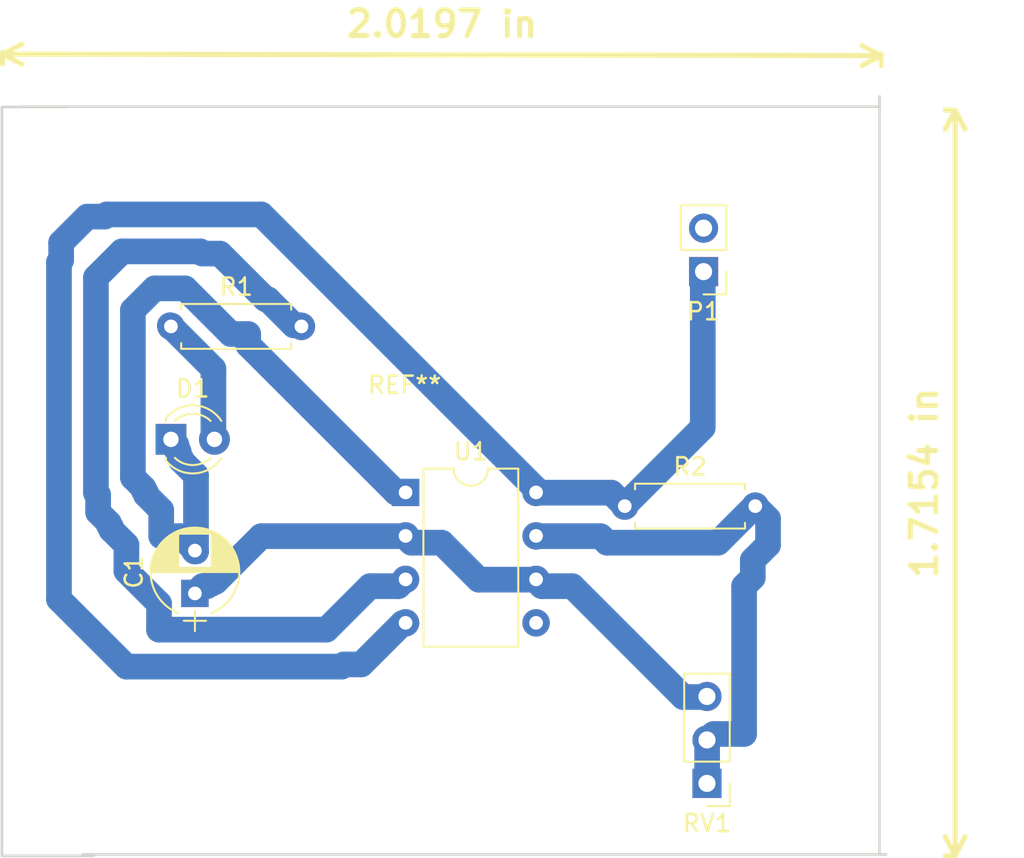
<source format=kicad_pcb>
(kicad_pcb (version 4) (host pcbnew 4.0.5)

  (general
    (links 14)
    (no_connects 1)
    (area 137.033 74.168 199.39 123.825)
    (thickness 1.6)
    (drawings 10)
    (tracks 123)
    (zones 0)
    (modules 8)
    (nets 7)
  )

  (page A4)
  (layers
    (0 F.Cu signal)
    (31 B.Cu signal)
    (32 B.Adhes user)
    (33 F.Adhes user)
    (34 B.Paste user)
    (35 F.Paste user)
    (36 B.SilkS user)
    (37 F.SilkS user)
    (38 B.Mask user)
    (39 F.Mask user)
    (40 Dwgs.User user)
    (41 Cmts.User user)
    (42 Eco1.User user)
    (43 Eco2.User user)
    (44 Edge.Cuts user)
    (45 Margin user)
    (46 B.CrtYd user)
    (47 F.CrtYd user)
    (48 B.Fab user)
    (49 F.Fab user)
  )

  (setup
    (last_trace_width 1.5)
    (trace_clearance 0.5)
    (zone_clearance 0.508)
    (zone_45_only no)
    (trace_min 0.2)
    (segment_width 0.2)
    (edge_width 0.15)
    (via_size 1.4)
    (via_drill 0.8)
    (via_min_size 0.4)
    (via_min_drill 0.3)
    (uvia_size 0.3)
    (uvia_drill 0.1)
    (uvias_allowed no)
    (uvia_min_size 0.2)
    (uvia_min_drill 0.1)
    (pcb_text_width 0.3)
    (pcb_text_size 1.5 1.5)
    (mod_edge_width 0.15)
    (mod_text_size 1 1)
    (mod_text_width 0.15)
    (pad_size 1.524 1.524)
    (pad_drill 0.762)
    (pad_to_mask_clearance 0.2)
    (aux_axis_origin 0 0)
    (grid_origin 123.95 65.91)
    (visible_elements FFFFFF7F)
    (pcbplotparams
      (layerselection 0x00030_80000001)
      (usegerberextensions false)
      (excludeedgelayer true)
      (linewidth 0.100000)
      (plotframeref false)
      (viasonmask false)
      (mode 1)
      (useauxorigin false)
      (hpglpennumber 1)
      (hpglpenspeed 20)
      (hpglpendiameter 15)
      (hpglpenoverlay 2)
      (psnegative false)
      (psa4output false)
      (plotreference true)
      (plotvalue true)
      (plotinvisibletext false)
      (padsonsilk false)
      (subtractmaskfromsilk false)
      (outputformat 1)
      (mirror false)
      (drillshape 1)
      (scaleselection 1)
      (outputdirectory ""))
  )

  (net 0 "")
  (net 1 "Net-(C1-Pad1)")
  (net 2 GND)
  (net 3 "Net-(D1-Pad2)")
  (net 4 VCC)
  (net 5 "Net-(R1-Pad2)")
  (net 6 "Net-(R2-Pad2)")

  (net_class Default "Ceci est la Netclass par défaut"
    (clearance 0.5)
    (trace_width 1.5)
    (via_dia 1.4)
    (via_drill 0.8)
    (uvia_dia 0.3)
    (uvia_drill 0.1)
    (add_net GND)
    (add_net "Net-(C1-Pad1)")
    (add_net "Net-(D1-Pad2)")
    (add_net "Net-(R1-Pad2)")
    (add_net "Net-(R2-Pad2)")
    (add_net VCC)
  )

  (module Capacitors_THT:CP_Radial_D5.0mm_P2.50mm (layer F.Cu) (tedit 58765D06) (tstamp 58BC914B)
    (at 148.4 108.5 90)
    (descr "CP, Radial series, Radial, pin pitch=2.50mm, , diameter=5mm, Electrolytic Capacitor")
    (tags "CP Radial series Radial pin pitch 2.50mm  diameter 5mm Electrolytic Capacitor")
    (path /58BC4BFC)
    (fp_text reference C1 (at 1.25 -3.56 90) (layer F.SilkS)
      (effects (font (size 1 1) (thickness 0.15)))
    )
    (fp_text value 1uf (at 1.25 3.56 90) (layer F.Fab)
      (effects (font (size 1 1) (thickness 0.15)))
    )
    (fp_arc (start 1.25 0) (end -1.147436 -0.98) (angle 135.5) (layer F.SilkS) (width 0.12))
    (fp_arc (start 1.25 0) (end -1.147436 0.98) (angle -135.5) (layer F.SilkS) (width 0.12))
    (fp_arc (start 1.25 0) (end 3.647436 -0.98) (angle 44.5) (layer F.SilkS) (width 0.12))
    (fp_circle (center 1.25 0) (end 3.75 0) (layer F.Fab) (width 0.1))
    (fp_line (start -2.2 0) (end -1 0) (layer F.Fab) (width 0.1))
    (fp_line (start -1.6 -0.65) (end -1.6 0.65) (layer F.Fab) (width 0.1))
    (fp_line (start 1.25 -2.55) (end 1.25 2.55) (layer F.SilkS) (width 0.12))
    (fp_line (start 1.29 -2.55) (end 1.29 2.55) (layer F.SilkS) (width 0.12))
    (fp_line (start 1.33 -2.549) (end 1.33 2.549) (layer F.SilkS) (width 0.12))
    (fp_line (start 1.37 -2.548) (end 1.37 2.548) (layer F.SilkS) (width 0.12))
    (fp_line (start 1.41 -2.546) (end 1.41 2.546) (layer F.SilkS) (width 0.12))
    (fp_line (start 1.45 -2.543) (end 1.45 2.543) (layer F.SilkS) (width 0.12))
    (fp_line (start 1.49 -2.539) (end 1.49 2.539) (layer F.SilkS) (width 0.12))
    (fp_line (start 1.53 -2.535) (end 1.53 -0.98) (layer F.SilkS) (width 0.12))
    (fp_line (start 1.53 0.98) (end 1.53 2.535) (layer F.SilkS) (width 0.12))
    (fp_line (start 1.57 -2.531) (end 1.57 -0.98) (layer F.SilkS) (width 0.12))
    (fp_line (start 1.57 0.98) (end 1.57 2.531) (layer F.SilkS) (width 0.12))
    (fp_line (start 1.61 -2.525) (end 1.61 -0.98) (layer F.SilkS) (width 0.12))
    (fp_line (start 1.61 0.98) (end 1.61 2.525) (layer F.SilkS) (width 0.12))
    (fp_line (start 1.65 -2.519) (end 1.65 -0.98) (layer F.SilkS) (width 0.12))
    (fp_line (start 1.65 0.98) (end 1.65 2.519) (layer F.SilkS) (width 0.12))
    (fp_line (start 1.69 -2.513) (end 1.69 -0.98) (layer F.SilkS) (width 0.12))
    (fp_line (start 1.69 0.98) (end 1.69 2.513) (layer F.SilkS) (width 0.12))
    (fp_line (start 1.73 -2.506) (end 1.73 -0.98) (layer F.SilkS) (width 0.12))
    (fp_line (start 1.73 0.98) (end 1.73 2.506) (layer F.SilkS) (width 0.12))
    (fp_line (start 1.77 -2.498) (end 1.77 -0.98) (layer F.SilkS) (width 0.12))
    (fp_line (start 1.77 0.98) (end 1.77 2.498) (layer F.SilkS) (width 0.12))
    (fp_line (start 1.81 -2.489) (end 1.81 -0.98) (layer F.SilkS) (width 0.12))
    (fp_line (start 1.81 0.98) (end 1.81 2.489) (layer F.SilkS) (width 0.12))
    (fp_line (start 1.85 -2.48) (end 1.85 -0.98) (layer F.SilkS) (width 0.12))
    (fp_line (start 1.85 0.98) (end 1.85 2.48) (layer F.SilkS) (width 0.12))
    (fp_line (start 1.89 -2.47) (end 1.89 -0.98) (layer F.SilkS) (width 0.12))
    (fp_line (start 1.89 0.98) (end 1.89 2.47) (layer F.SilkS) (width 0.12))
    (fp_line (start 1.93 -2.46) (end 1.93 -0.98) (layer F.SilkS) (width 0.12))
    (fp_line (start 1.93 0.98) (end 1.93 2.46) (layer F.SilkS) (width 0.12))
    (fp_line (start 1.971 -2.448) (end 1.971 -0.98) (layer F.SilkS) (width 0.12))
    (fp_line (start 1.971 0.98) (end 1.971 2.448) (layer F.SilkS) (width 0.12))
    (fp_line (start 2.011 -2.436) (end 2.011 -0.98) (layer F.SilkS) (width 0.12))
    (fp_line (start 2.011 0.98) (end 2.011 2.436) (layer F.SilkS) (width 0.12))
    (fp_line (start 2.051 -2.424) (end 2.051 -0.98) (layer F.SilkS) (width 0.12))
    (fp_line (start 2.051 0.98) (end 2.051 2.424) (layer F.SilkS) (width 0.12))
    (fp_line (start 2.091 -2.41) (end 2.091 -0.98) (layer F.SilkS) (width 0.12))
    (fp_line (start 2.091 0.98) (end 2.091 2.41) (layer F.SilkS) (width 0.12))
    (fp_line (start 2.131 -2.396) (end 2.131 -0.98) (layer F.SilkS) (width 0.12))
    (fp_line (start 2.131 0.98) (end 2.131 2.396) (layer F.SilkS) (width 0.12))
    (fp_line (start 2.171 -2.382) (end 2.171 -0.98) (layer F.SilkS) (width 0.12))
    (fp_line (start 2.171 0.98) (end 2.171 2.382) (layer F.SilkS) (width 0.12))
    (fp_line (start 2.211 -2.366) (end 2.211 -0.98) (layer F.SilkS) (width 0.12))
    (fp_line (start 2.211 0.98) (end 2.211 2.366) (layer F.SilkS) (width 0.12))
    (fp_line (start 2.251 -2.35) (end 2.251 -0.98) (layer F.SilkS) (width 0.12))
    (fp_line (start 2.251 0.98) (end 2.251 2.35) (layer F.SilkS) (width 0.12))
    (fp_line (start 2.291 -2.333) (end 2.291 -0.98) (layer F.SilkS) (width 0.12))
    (fp_line (start 2.291 0.98) (end 2.291 2.333) (layer F.SilkS) (width 0.12))
    (fp_line (start 2.331 -2.315) (end 2.331 -0.98) (layer F.SilkS) (width 0.12))
    (fp_line (start 2.331 0.98) (end 2.331 2.315) (layer F.SilkS) (width 0.12))
    (fp_line (start 2.371 -2.296) (end 2.371 -0.98) (layer F.SilkS) (width 0.12))
    (fp_line (start 2.371 0.98) (end 2.371 2.296) (layer F.SilkS) (width 0.12))
    (fp_line (start 2.411 -2.276) (end 2.411 -0.98) (layer F.SilkS) (width 0.12))
    (fp_line (start 2.411 0.98) (end 2.411 2.276) (layer F.SilkS) (width 0.12))
    (fp_line (start 2.451 -2.256) (end 2.451 -0.98) (layer F.SilkS) (width 0.12))
    (fp_line (start 2.451 0.98) (end 2.451 2.256) (layer F.SilkS) (width 0.12))
    (fp_line (start 2.491 -2.234) (end 2.491 -0.98) (layer F.SilkS) (width 0.12))
    (fp_line (start 2.491 0.98) (end 2.491 2.234) (layer F.SilkS) (width 0.12))
    (fp_line (start 2.531 -2.212) (end 2.531 -0.98) (layer F.SilkS) (width 0.12))
    (fp_line (start 2.531 0.98) (end 2.531 2.212) (layer F.SilkS) (width 0.12))
    (fp_line (start 2.571 -2.189) (end 2.571 -0.98) (layer F.SilkS) (width 0.12))
    (fp_line (start 2.571 0.98) (end 2.571 2.189) (layer F.SilkS) (width 0.12))
    (fp_line (start 2.611 -2.165) (end 2.611 -0.98) (layer F.SilkS) (width 0.12))
    (fp_line (start 2.611 0.98) (end 2.611 2.165) (layer F.SilkS) (width 0.12))
    (fp_line (start 2.651 -2.14) (end 2.651 -0.98) (layer F.SilkS) (width 0.12))
    (fp_line (start 2.651 0.98) (end 2.651 2.14) (layer F.SilkS) (width 0.12))
    (fp_line (start 2.691 -2.113) (end 2.691 -0.98) (layer F.SilkS) (width 0.12))
    (fp_line (start 2.691 0.98) (end 2.691 2.113) (layer F.SilkS) (width 0.12))
    (fp_line (start 2.731 -2.086) (end 2.731 -0.98) (layer F.SilkS) (width 0.12))
    (fp_line (start 2.731 0.98) (end 2.731 2.086) (layer F.SilkS) (width 0.12))
    (fp_line (start 2.771 -2.058) (end 2.771 -0.98) (layer F.SilkS) (width 0.12))
    (fp_line (start 2.771 0.98) (end 2.771 2.058) (layer F.SilkS) (width 0.12))
    (fp_line (start 2.811 -2.028) (end 2.811 -0.98) (layer F.SilkS) (width 0.12))
    (fp_line (start 2.811 0.98) (end 2.811 2.028) (layer F.SilkS) (width 0.12))
    (fp_line (start 2.851 -1.997) (end 2.851 -0.98) (layer F.SilkS) (width 0.12))
    (fp_line (start 2.851 0.98) (end 2.851 1.997) (layer F.SilkS) (width 0.12))
    (fp_line (start 2.891 -1.965) (end 2.891 -0.98) (layer F.SilkS) (width 0.12))
    (fp_line (start 2.891 0.98) (end 2.891 1.965) (layer F.SilkS) (width 0.12))
    (fp_line (start 2.931 -1.932) (end 2.931 -0.98) (layer F.SilkS) (width 0.12))
    (fp_line (start 2.931 0.98) (end 2.931 1.932) (layer F.SilkS) (width 0.12))
    (fp_line (start 2.971 -1.897) (end 2.971 -0.98) (layer F.SilkS) (width 0.12))
    (fp_line (start 2.971 0.98) (end 2.971 1.897) (layer F.SilkS) (width 0.12))
    (fp_line (start 3.011 -1.861) (end 3.011 -0.98) (layer F.SilkS) (width 0.12))
    (fp_line (start 3.011 0.98) (end 3.011 1.861) (layer F.SilkS) (width 0.12))
    (fp_line (start 3.051 -1.823) (end 3.051 -0.98) (layer F.SilkS) (width 0.12))
    (fp_line (start 3.051 0.98) (end 3.051 1.823) (layer F.SilkS) (width 0.12))
    (fp_line (start 3.091 -1.783) (end 3.091 -0.98) (layer F.SilkS) (width 0.12))
    (fp_line (start 3.091 0.98) (end 3.091 1.783) (layer F.SilkS) (width 0.12))
    (fp_line (start 3.131 -1.742) (end 3.131 -0.98) (layer F.SilkS) (width 0.12))
    (fp_line (start 3.131 0.98) (end 3.131 1.742) (layer F.SilkS) (width 0.12))
    (fp_line (start 3.171 -1.699) (end 3.171 -0.98) (layer F.SilkS) (width 0.12))
    (fp_line (start 3.171 0.98) (end 3.171 1.699) (layer F.SilkS) (width 0.12))
    (fp_line (start 3.211 -1.654) (end 3.211 -0.98) (layer F.SilkS) (width 0.12))
    (fp_line (start 3.211 0.98) (end 3.211 1.654) (layer F.SilkS) (width 0.12))
    (fp_line (start 3.251 -1.606) (end 3.251 -0.98) (layer F.SilkS) (width 0.12))
    (fp_line (start 3.251 0.98) (end 3.251 1.606) (layer F.SilkS) (width 0.12))
    (fp_line (start 3.291 -1.556) (end 3.291 -0.98) (layer F.SilkS) (width 0.12))
    (fp_line (start 3.291 0.98) (end 3.291 1.556) (layer F.SilkS) (width 0.12))
    (fp_line (start 3.331 -1.504) (end 3.331 -0.98) (layer F.SilkS) (width 0.12))
    (fp_line (start 3.331 0.98) (end 3.331 1.504) (layer F.SilkS) (width 0.12))
    (fp_line (start 3.371 -1.448) (end 3.371 -0.98) (layer F.SilkS) (width 0.12))
    (fp_line (start 3.371 0.98) (end 3.371 1.448) (layer F.SilkS) (width 0.12))
    (fp_line (start 3.411 -1.39) (end 3.411 -0.98) (layer F.SilkS) (width 0.12))
    (fp_line (start 3.411 0.98) (end 3.411 1.39) (layer F.SilkS) (width 0.12))
    (fp_line (start 3.451 -1.327) (end 3.451 -0.98) (layer F.SilkS) (width 0.12))
    (fp_line (start 3.451 0.98) (end 3.451 1.327) (layer F.SilkS) (width 0.12))
    (fp_line (start 3.491 -1.261) (end 3.491 1.261) (layer F.SilkS) (width 0.12))
    (fp_line (start 3.531 -1.189) (end 3.531 1.189) (layer F.SilkS) (width 0.12))
    (fp_line (start 3.571 -1.112) (end 3.571 1.112) (layer F.SilkS) (width 0.12))
    (fp_line (start 3.611 -1.028) (end 3.611 1.028) (layer F.SilkS) (width 0.12))
    (fp_line (start 3.651 -0.934) (end 3.651 0.934) (layer F.SilkS) (width 0.12))
    (fp_line (start 3.691 -0.829) (end 3.691 0.829) (layer F.SilkS) (width 0.12))
    (fp_line (start 3.731 -0.707) (end 3.731 0.707) (layer F.SilkS) (width 0.12))
    (fp_line (start 3.771 -0.559) (end 3.771 0.559) (layer F.SilkS) (width 0.12))
    (fp_line (start 3.811 -0.354) (end 3.811 0.354) (layer F.SilkS) (width 0.12))
    (fp_line (start -2.2 0) (end -1 0) (layer F.SilkS) (width 0.12))
    (fp_line (start -1.6 -0.65) (end -1.6 0.65) (layer F.SilkS) (width 0.12))
    (fp_line (start -1.6 -2.85) (end -1.6 2.85) (layer F.CrtYd) (width 0.05))
    (fp_line (start -1.6 2.85) (end 4.1 2.85) (layer F.CrtYd) (width 0.05))
    (fp_line (start 4.1 2.85) (end 4.1 -2.85) (layer F.CrtYd) (width 0.05))
    (fp_line (start 4.1 -2.85) (end -1.6 -2.85) (layer F.CrtYd) (width 0.05))
    (pad 1 thru_hole rect (at 0 0 90) (size 1.6 1.6) (drill 0.8) (layers *.Cu *.Mask)
      (net 1 "Net-(C1-Pad1)"))
    (pad 2 thru_hole circle (at 2.5 0 90) (size 1.6 1.6) (drill 0.8) (layers *.Cu *.Mask)
      (net 2 GND))
    (model Capacitors_THT.3dshapes/CP_Radial_D5.0mm_P2.50mm.wrl
      (at (xyz 0 0 0))
      (scale (xyz 0.393701 0.393701 0.393701))
      (rotate (xyz 0 0 0))
    )
  )

  (module LEDs:LED_D3.0mm (layer F.Cu) (tedit 587A3A7B) (tstamp 58BC915E)
    (at 147 99.5)
    (descr "LED, diameter 3.0mm, 2 pins")
    (tags "LED diameter 3.0mm 2 pins")
    (path /58BC4CDF)
    (fp_text reference D1 (at 1.27 -2.96) (layer F.SilkS)
      (effects (font (size 1 1) (thickness 0.15)))
    )
    (fp_text value LED (at 1.27 2.96) (layer F.Fab)
      (effects (font (size 1 1) (thickness 0.15)))
    )
    (fp_arc (start 1.27 0) (end -0.23 -1.16619) (angle 284.3) (layer F.Fab) (width 0.1))
    (fp_arc (start 1.27 0) (end -0.29 -1.235516) (angle 108.8) (layer F.SilkS) (width 0.12))
    (fp_arc (start 1.27 0) (end -0.29 1.235516) (angle -108.8) (layer F.SilkS) (width 0.12))
    (fp_arc (start 1.27 0) (end 0.229039 -1.08) (angle 87.9) (layer F.SilkS) (width 0.12))
    (fp_arc (start 1.27 0) (end 0.229039 1.08) (angle -87.9) (layer F.SilkS) (width 0.12))
    (fp_circle (center 1.27 0) (end 2.77 0) (layer F.Fab) (width 0.1))
    (fp_line (start -0.23 -1.16619) (end -0.23 1.16619) (layer F.Fab) (width 0.1))
    (fp_line (start -0.29 -1.236) (end -0.29 -1.08) (layer F.SilkS) (width 0.12))
    (fp_line (start -0.29 1.08) (end -0.29 1.236) (layer F.SilkS) (width 0.12))
    (fp_line (start -1.15 -2.25) (end -1.15 2.25) (layer F.CrtYd) (width 0.05))
    (fp_line (start -1.15 2.25) (end 3.7 2.25) (layer F.CrtYd) (width 0.05))
    (fp_line (start 3.7 2.25) (end 3.7 -2.25) (layer F.CrtYd) (width 0.05))
    (fp_line (start 3.7 -2.25) (end -1.15 -2.25) (layer F.CrtYd) (width 0.05))
    (pad 1 thru_hole rect (at 0 0) (size 1.8 1.8) (drill 0.9) (layers *.Cu *.Mask)
      (net 2 GND))
    (pad 2 thru_hole circle (at 2.54 0) (size 1.8 1.8) (drill 0.9) (layers *.Cu *.Mask)
      (net 3 "Net-(D1-Pad2)"))
    (model LEDs.3dshapes/LED_D3.0mm.wrl
      (at (xyz 0 0 0))
      (scale (xyz 0.393701 0.393701 0.393701))
      (rotate (xyz 0 0 0))
    )
  )

  (module Socket_Strips:Socket_Strip_Straight_1x02_Pitch2.54mm (layer F.Cu) (tedit 588DE956) (tstamp 58BC9172)
    (at 178.1 89.7 180)
    (descr "Through hole straight socket strip, 1x02, 2.54mm pitch, single row")
    (tags "Through hole socket strip THT 1x02 2.54mm single row")
    (path /58BC4E9E)
    (fp_text reference P1 (at 0 -2.33 180) (layer F.SilkS)
      (effects (font (size 1 1) (thickness 0.15)))
    )
    (fp_text value "alime 9V" (at 0 4.87 180) (layer F.Fab)
      (effects (font (size 1 1) (thickness 0.15)))
    )
    (fp_line (start -1.27 -1.27) (end -1.27 3.81) (layer F.Fab) (width 0.1))
    (fp_line (start -1.27 3.81) (end 1.27 3.81) (layer F.Fab) (width 0.1))
    (fp_line (start 1.27 3.81) (end 1.27 -1.27) (layer F.Fab) (width 0.1))
    (fp_line (start 1.27 -1.27) (end -1.27 -1.27) (layer F.Fab) (width 0.1))
    (fp_line (start -1.33 1.27) (end -1.33 3.87) (layer F.SilkS) (width 0.12))
    (fp_line (start -1.33 3.87) (end 1.33 3.87) (layer F.SilkS) (width 0.12))
    (fp_line (start 1.33 3.87) (end 1.33 1.27) (layer F.SilkS) (width 0.12))
    (fp_line (start 1.33 1.27) (end -1.33 1.27) (layer F.SilkS) (width 0.12))
    (fp_line (start -1.33 0) (end -1.33 -1.33) (layer F.SilkS) (width 0.12))
    (fp_line (start -1.33 -1.33) (end 0 -1.33) (layer F.SilkS) (width 0.12))
    (fp_line (start -1.55 -1.55) (end -1.55 4.1) (layer F.CrtYd) (width 0.05))
    (fp_line (start -1.55 4.1) (end 1.55 4.1) (layer F.CrtYd) (width 0.05))
    (fp_line (start 1.55 4.1) (end 1.55 -1.55) (layer F.CrtYd) (width 0.05))
    (fp_line (start 1.55 -1.55) (end -1.55 -1.55) (layer F.CrtYd) (width 0.05))
    (pad 1 thru_hole rect (at 0 0 180) (size 1.7 1.7) (drill 1) (layers *.Cu *.Mask)
      (net 4 VCC))
    (pad 2 thru_hole oval (at 0 2.54 180) (size 1.7 1.7) (drill 1) (layers *.Cu *.Mask)
      (net 2 GND))
    (model Socket_Strips.3dshapes/Socket_Strip_Straight_1x02_Pitch2.54mm.wrl
      (at (xyz 0 -0.05 0))
      (scale (xyz 1 1 1))
      (rotate (xyz 0 0 270))
    )
  )

  (module Resistors_THT:R_Axial_DIN0207_L6.3mm_D2.5mm_P7.62mm_Horizontal (layer F.Cu) (tedit 5874F706) (tstamp 58BC9188)
    (at 147 92.9)
    (descr "Resistor, Axial_DIN0207 series, Axial, Horizontal, pin pitch=7.62mm, 0.25W = 1/4W, length*diameter=6.3*2.5mm^2, http://cdn-reichelt.de/documents/datenblatt/B400/1_4W%23YAG.pdf")
    (tags "Resistor Axial_DIN0207 series Axial Horizontal pin pitch 7.62mm 0.25W = 1/4W length 6.3mm diameter 2.5mm")
    (path /58BC4A76)
    (fp_text reference R1 (at 3.81 -2.31) (layer F.SilkS)
      (effects (font (size 1 1) (thickness 0.15)))
    )
    (fp_text value 150 (at 3.81 2.31) (layer F.Fab)
      (effects (font (size 1 1) (thickness 0.15)))
    )
    (fp_line (start 0.66 -1.25) (end 0.66 1.25) (layer F.Fab) (width 0.1))
    (fp_line (start 0.66 1.25) (end 6.96 1.25) (layer F.Fab) (width 0.1))
    (fp_line (start 6.96 1.25) (end 6.96 -1.25) (layer F.Fab) (width 0.1))
    (fp_line (start 6.96 -1.25) (end 0.66 -1.25) (layer F.Fab) (width 0.1))
    (fp_line (start 0 0) (end 0.66 0) (layer F.Fab) (width 0.1))
    (fp_line (start 7.62 0) (end 6.96 0) (layer F.Fab) (width 0.1))
    (fp_line (start 0.6 -0.98) (end 0.6 -1.31) (layer F.SilkS) (width 0.12))
    (fp_line (start 0.6 -1.31) (end 7.02 -1.31) (layer F.SilkS) (width 0.12))
    (fp_line (start 7.02 -1.31) (end 7.02 -0.98) (layer F.SilkS) (width 0.12))
    (fp_line (start 0.6 0.98) (end 0.6 1.31) (layer F.SilkS) (width 0.12))
    (fp_line (start 0.6 1.31) (end 7.02 1.31) (layer F.SilkS) (width 0.12))
    (fp_line (start 7.02 1.31) (end 7.02 0.98) (layer F.SilkS) (width 0.12))
    (fp_line (start -1.05 -1.6) (end -1.05 1.6) (layer F.CrtYd) (width 0.05))
    (fp_line (start -1.05 1.6) (end 8.7 1.6) (layer F.CrtYd) (width 0.05))
    (fp_line (start 8.7 1.6) (end 8.7 -1.6) (layer F.CrtYd) (width 0.05))
    (fp_line (start 8.7 -1.6) (end -1.05 -1.6) (layer F.CrtYd) (width 0.05))
    (pad 1 thru_hole circle (at 0 0) (size 1.6 1.6) (drill 0.8) (layers *.Cu *.Mask)
      (net 3 "Net-(D1-Pad2)"))
    (pad 2 thru_hole oval (at 7.62 0) (size 1.6 1.6) (drill 0.8) (layers *.Cu *.Mask)
      (net 5 "Net-(R1-Pad2)"))
    (model Resistors_THT.3dshapes/R_Axial_DIN0207_L6.3mm_D2.5mm_P7.62mm_Horizontal.wrl
      (at (xyz 0 0 0))
      (scale (xyz 0.393701 0.393701 0.393701))
      (rotate (xyz 0 0 0))
    )
  )

  (module Resistors_THT:R_Axial_DIN0207_L6.3mm_D2.5mm_P7.62mm_Horizontal (layer F.Cu) (tedit 5874F706) (tstamp 58BC919E)
    (at 173.5 103.4)
    (descr "Resistor, Axial_DIN0207 series, Axial, Horizontal, pin pitch=7.62mm, 0.25W = 1/4W, length*diameter=6.3*2.5mm^2, http://cdn-reichelt.de/documents/datenblatt/B400/1_4W%23YAG.pdf")
    (tags "Resistor Axial_DIN0207 series Axial Horizontal pin pitch 7.62mm 0.25W = 1/4W length 6.3mm diameter 2.5mm")
    (path /58BC4AF4)
    (fp_text reference R2 (at 3.81 -2.31) (layer F.SilkS)
      (effects (font (size 1 1) (thickness 0.15)))
    )
    (fp_text value 1K (at 3.81 2.31) (layer F.Fab)
      (effects (font (size 1 1) (thickness 0.15)))
    )
    (fp_line (start 0.66 -1.25) (end 0.66 1.25) (layer F.Fab) (width 0.1))
    (fp_line (start 0.66 1.25) (end 6.96 1.25) (layer F.Fab) (width 0.1))
    (fp_line (start 6.96 1.25) (end 6.96 -1.25) (layer F.Fab) (width 0.1))
    (fp_line (start 6.96 -1.25) (end 0.66 -1.25) (layer F.Fab) (width 0.1))
    (fp_line (start 0 0) (end 0.66 0) (layer F.Fab) (width 0.1))
    (fp_line (start 7.62 0) (end 6.96 0) (layer F.Fab) (width 0.1))
    (fp_line (start 0.6 -0.98) (end 0.6 -1.31) (layer F.SilkS) (width 0.12))
    (fp_line (start 0.6 -1.31) (end 7.02 -1.31) (layer F.SilkS) (width 0.12))
    (fp_line (start 7.02 -1.31) (end 7.02 -0.98) (layer F.SilkS) (width 0.12))
    (fp_line (start 0.6 0.98) (end 0.6 1.31) (layer F.SilkS) (width 0.12))
    (fp_line (start 0.6 1.31) (end 7.02 1.31) (layer F.SilkS) (width 0.12))
    (fp_line (start 7.02 1.31) (end 7.02 0.98) (layer F.SilkS) (width 0.12))
    (fp_line (start -1.05 -1.6) (end -1.05 1.6) (layer F.CrtYd) (width 0.05))
    (fp_line (start -1.05 1.6) (end 8.7 1.6) (layer F.CrtYd) (width 0.05))
    (fp_line (start 8.7 1.6) (end 8.7 -1.6) (layer F.CrtYd) (width 0.05))
    (fp_line (start 8.7 -1.6) (end -1.05 -1.6) (layer F.CrtYd) (width 0.05))
    (pad 1 thru_hole circle (at 0 0) (size 1.6 1.6) (drill 0.8) (layers *.Cu *.Mask)
      (net 4 VCC))
    (pad 2 thru_hole oval (at 7.62 0) (size 1.6 1.6) (drill 0.8) (layers *.Cu *.Mask)
      (net 6 "Net-(R2-Pad2)"))
    (model Resistors_THT.3dshapes/R_Axial_DIN0207_L6.3mm_D2.5mm_P7.62mm_Horizontal.wrl
      (at (xyz 0 0 0))
      (scale (xyz 0.393701 0.393701 0.393701))
      (rotate (xyz 0 0 0))
    )
  )

  (module Socket_Strips:Socket_Strip_Straight_1x03_Pitch2.54mm (layer F.Cu) (tedit 588DE956) (tstamp 58BC91B3)
    (at 178.3 119.6 180)
    (descr "Through hole straight socket strip, 1x03, 2.54mm pitch, single row")
    (tags "Through hole socket strip THT 1x03 2.54mm single row")
    (path /58BC4DE7)
    (fp_text reference RV1 (at 0 -2.33 180) (layer F.SilkS)
      (effects (font (size 1 1) (thickness 0.15)))
    )
    (fp_text value 470K (at 0 7.41 180) (layer F.Fab)
      (effects (font (size 1 1) (thickness 0.15)))
    )
    (fp_line (start -1.27 -1.27) (end -1.27 6.35) (layer F.Fab) (width 0.1))
    (fp_line (start -1.27 6.35) (end 1.27 6.35) (layer F.Fab) (width 0.1))
    (fp_line (start 1.27 6.35) (end 1.27 -1.27) (layer F.Fab) (width 0.1))
    (fp_line (start 1.27 -1.27) (end -1.27 -1.27) (layer F.Fab) (width 0.1))
    (fp_line (start -1.33 1.27) (end -1.33 6.41) (layer F.SilkS) (width 0.12))
    (fp_line (start -1.33 6.41) (end 1.33 6.41) (layer F.SilkS) (width 0.12))
    (fp_line (start 1.33 6.41) (end 1.33 1.27) (layer F.SilkS) (width 0.12))
    (fp_line (start 1.33 1.27) (end -1.33 1.27) (layer F.SilkS) (width 0.12))
    (fp_line (start -1.33 0) (end -1.33 -1.33) (layer F.SilkS) (width 0.12))
    (fp_line (start -1.33 -1.33) (end 0 -1.33) (layer F.SilkS) (width 0.12))
    (fp_line (start -1.55 -1.55) (end -1.55 6.6) (layer F.CrtYd) (width 0.05))
    (fp_line (start -1.55 6.6) (end 1.55 6.6) (layer F.CrtYd) (width 0.05))
    (fp_line (start 1.55 6.6) (end 1.55 -1.55) (layer F.CrtYd) (width 0.05))
    (fp_line (start 1.55 -1.55) (end -1.55 -1.55) (layer F.CrtYd) (width 0.05))
    (pad 1 thru_hole rect (at 0 0 180) (size 1.7 1.7) (drill 1) (layers *.Cu *.Mask)
      (net 6 "Net-(R2-Pad2)"))
    (pad 2 thru_hole oval (at 0 2.54 180) (size 1.7 1.7) (drill 1) (layers *.Cu *.Mask)
      (net 6 "Net-(R2-Pad2)"))
    (pad 3 thru_hole oval (at 0 5.08 180) (size 1.7 1.7) (drill 1) (layers *.Cu *.Mask)
      (net 1 "Net-(C1-Pad1)"))
    (model Socket_Strips.3dshapes/Socket_Strip_Straight_1x03_Pitch2.54mm.wrl
      (at (xyz 0 -0.1 0))
      (scale (xyz 1 1 1))
      (rotate (xyz 0 0 270))
    )
  )

  (module Housings_DIP:DIP-8_W7.62mm placed (layer F.Cu) (tedit 586281B4) (tstamp 58BC91CE)
    (at 160.7 102.6)
    (descr "8-lead dip package, row spacing 7.62 mm (300 mils)")
    (tags "DIL DIP PDIP 2.54mm 7.62mm 300mil")
    (path /58BC49B3)
    (fp_text reference U1 (at 3.81 -2.39) (layer F.SilkS)
      (effects (font (size 1 1) (thickness 0.15)))
    )
    (fp_text value NE555 (at 3.81 10.01) (layer F.Fab)
      (effects (font (size 1 1) (thickness 0.15)))
    )
    (fp_arc (start 3.81 -1.39) (end 2.81 -1.39) (angle -180) (layer F.SilkS) (width 0.12))
    (fp_line (start 1.635 -1.27) (end 6.985 -1.27) (layer F.Fab) (width 0.1))
    (fp_line (start 6.985 -1.27) (end 6.985 8.89) (layer F.Fab) (width 0.1))
    (fp_line (start 6.985 8.89) (end 0.635 8.89) (layer F.Fab) (width 0.1))
    (fp_line (start 0.635 8.89) (end 0.635 -0.27) (layer F.Fab) (width 0.1))
    (fp_line (start 0.635 -0.27) (end 1.635 -1.27) (layer F.Fab) (width 0.1))
    (fp_line (start 2.81 -1.39) (end 1.04 -1.39) (layer F.SilkS) (width 0.12))
    (fp_line (start 1.04 -1.39) (end 1.04 9.01) (layer F.SilkS) (width 0.12))
    (fp_line (start 1.04 9.01) (end 6.58 9.01) (layer F.SilkS) (width 0.12))
    (fp_line (start 6.58 9.01) (end 6.58 -1.39) (layer F.SilkS) (width 0.12))
    (fp_line (start 6.58 -1.39) (end 4.81 -1.39) (layer F.SilkS) (width 0.12))
    (fp_line (start -1.1 -1.6) (end -1.1 9.2) (layer F.CrtYd) (width 0.05))
    (fp_line (start -1.1 9.2) (end 8.7 9.2) (layer F.CrtYd) (width 0.05))
    (fp_line (start 8.7 9.2) (end 8.7 -1.6) (layer F.CrtYd) (width 0.05))
    (fp_line (start 8.7 -1.6) (end -1.1 -1.6) (layer F.CrtYd) (width 0.05))
    (pad 1 thru_hole rect (at 0 0) (size 1.6 1.6) (drill 0.8) (layers *.Cu *.Mask)
      (net 2 GND))
    (pad 5 thru_hole oval (at 7.62 7.62) (size 1.6 1.6) (drill 0.8) (layers *.Cu *.Mask))
    (pad 2 thru_hole oval (at 0 2.54) (size 1.6 1.6) (drill 0.8) (layers *.Cu *.Mask)
      (net 1 "Net-(C1-Pad1)"))
    (pad 6 thru_hole oval (at 7.62 5.08) (size 1.6 1.6) (drill 0.8) (layers *.Cu *.Mask)
      (net 1 "Net-(C1-Pad1)"))
    (pad 3 thru_hole oval (at 0 5.08) (size 1.6 1.6) (drill 0.8) (layers *.Cu *.Mask)
      (net 5 "Net-(R1-Pad2)"))
    (pad 7 thru_hole oval (at 7.62 2.54) (size 1.6 1.6) (drill 0.8) (layers *.Cu *.Mask)
      (net 6 "Net-(R2-Pad2)"))
    (pad 4 thru_hole oval (at 0 7.62) (size 1.6 1.6) (drill 0.8) (layers *.Cu *.Mask)
      (net 4 VCC))
    (pad 8 thru_hole oval (at 7.62 0) (size 1.6 1.6) (drill 0.8) (layers *.Cu *.Mask)
      (net 4 VCC))
    (model Housings_DIP.3dshapes/DIP-8_W7.62mm.wrl
      (at (xyz 0 0 0))
      (scale (xyz 1 1 1))
      (rotate (xyz 0 0 0))
    )
  )

  (module Wire_Pads:SolderWirePad_single_0-8mmDrill (layer F.Cu) (tedit 58C0419A) (tstamp 58BC983E)
    (at 160.64 98.86)
    (fp_text reference REF** (at 0 -2.54) (layer F.SilkS)
      (effects (font (size 1 1) (thickness 0.15)))
    )
    (fp_text value SolderWirePad_single_0-8mmDrill (at 0 2.54) (layer F.Fab)
      (effects (font (size 1 1) (thickness 0.15)))
    )
  )

  (dimension 43.57 (width 0.3) (layer F.SilkS)
    (gr_text "43,570 mm" (at 192.79 102.045 270) (layer F.SilkS)
      (effects (font (size 1.5 1.5) (thickness 0.3)))
    )
    (feature1 (pts (xy 192.79 123.83) (xy 192.79 123.83)))
    (feature2 (pts (xy 192.79 80.26) (xy 192.79 80.26)))
    (crossbar (pts (xy 192.79 80.26) (xy 192.79 123.83)))
    (arrow1a (pts (xy 192.79 123.83) (xy 192.203579 122.703496)))
    (arrow1b (pts (xy 192.79 123.83) (xy 193.376421 122.703496)))
    (arrow2a (pts (xy 192.79 80.26) (xy 192.203579 81.386504)))
    (arrow2b (pts (xy 192.79 80.26) (xy 193.376421 81.386504)))
  )
  (dimension 51.300079 (width 0.3) (layer F.SilkS)
    (gr_text "51,300 mm" (at 162.822211 75.684545 359.8994812) (layer F.SilkS)
      (effects (font (size 1.5 1.5) (thickness 0.3)))
    )
    (feature1 (pts (xy 188.47 76.99) (xy 188.47458 74.379547)))
    (feature2 (pts (xy 137.17 76.9) (xy 137.17458 74.289547)))
    (crossbar (pts (xy 137.169843 76.989543) (xy 188.469843 77.079543)))
    (arrow1a (pts (xy 188.469843 77.079543) (xy 187.342312 77.663987)))
    (arrow1b (pts (xy 188.469843 77.079543) (xy 187.34437 76.491147)))
    (arrow2a (pts (xy 137.169843 76.989543) (xy 138.295316 77.577939)))
    (arrow2b (pts (xy 137.169843 76.989543) (xy 138.297374 76.405099)))
  )
  (gr_line (start 137.13 80.08) (end 140.93 80.08) (angle 90) (layer Edge.Cuts) (width 0.15))
  (gr_line (start 137.13 123.83) (end 137.13 80.08) (angle 90) (layer Edge.Cuts) (width 0.15))
  (gr_line (start 142.49 123.83) (end 137.13 123.83) (angle 90) (layer Edge.Cuts) (width 0.15))
  (gr_line (start 188.77 123.75) (end 141.83 123.75) (angle 90) (layer Edge.Cuts) (width 0.15))
  (gr_line (start 188.37 123.75) (end 188.77 123.75) (angle 90) (layer Edge.Cuts) (width 0.15))
  (gr_line (start 188.37 79.45) (end 188.37 123.75) (angle 90) (layer Edge.Cuts) (width 0.15))
  (gr_line (start 188.37 80.06) (end 188.37 79.45) (angle 90) (layer Edge.Cuts) (width 0.15))
  (gr_line (start 138.18 80.06) (end 188.37 80.06) (angle 90) (layer Edge.Cuts) (width 0.15))

  (segment (start 168.32 107.68) (end 168.275 107.696) (width 1.5) (layer B.Cu) (net 1) (status 80000))
  (segment (start 168.275 107.696) (end 168.656 108.077) (width 1.5) (layer B.Cu) (net 1) (status 80000))
  (segment (start 168.656 108.077) (end 170.434 108.077) (width 1.5) (layer B.Cu) (net 1) (status 80000))
  (segment (start 170.434 108.077) (end 176.911 114.554) (width 1.5) (layer B.Cu) (net 1) (status 80000))
  (segment (start 176.911 114.554) (end 178.308 114.554) (width 1.5) (layer B.Cu) (net 1) (status 80000))
  (segment (start 178.308 114.554) (end 178.3 114.52) (width 1.5) (layer B.Cu) (net 1) (tstamp 58C04240) (status 80000))
  (segment (start 148.4 108.5) (end 148.463 108.458) (width 1.5) (layer B.Cu) (net 1) (status 80000))
  (segment (start 148.463 108.458) (end 148.844 108.077) (width 1.5) (layer B.Cu) (net 1) (status 80000))
  (segment (start 148.844 108.077) (end 149.098 108.077) (width 1.5) (layer B.Cu) (net 1) (status 80000))
  (segment (start 149.098 108.077) (end 149.225 107.95) (width 1.5) (layer B.Cu) (net 1) (status 80000))
  (segment (start 149.225 107.95) (end 149.352 107.95) (width 1.5) (layer B.Cu) (net 1) (status 80000))
  (segment (start 149.352 107.95) (end 149.479 107.823) (width 1.5) (layer B.Cu) (net 1) (status 80000))
  (segment (start 149.479 107.823) (end 149.606 107.823) (width 1.5) (layer B.Cu) (net 1) (status 80000))
  (segment (start 149.606 107.823) (end 152.273 105.156) (width 1.5) (layer B.Cu) (net 1) (status 80000))
  (segment (start 152.273 105.156) (end 160.655 105.156) (width 1.5) (layer B.Cu) (net 1) (status 80000))
  (segment (start 160.655 105.156) (end 160.7 105.14) (width 1.5) (layer B.Cu) (net 1) (tstamp 58C0423C) (status 80000))
  (segment (start 160.7 105.14) (end 160.655 105.156) (width 1.5) (layer B.Cu) (net 1) (status 80000))
  (segment (start 160.655 105.156) (end 161.036 105.537) (width 1.5) (layer B.Cu) (net 1) (status 80000))
  (segment (start 161.036 105.537) (end 162.814 105.537) (width 1.5) (layer B.Cu) (net 1) (status 80000))
  (segment (start 162.814 105.537) (end 164.973 107.696) (width 1.5) (layer B.Cu) (net 1) (status 80000))
  (segment (start 164.973 107.696) (end 168.275 107.696) (width 1.5) (layer B.Cu) (net 1) (status 80000))
  (segment (start 168.275 107.696) (end 168.32 107.68) (width 1.5) (layer B.Cu) (net 1) (tstamp 58C04239) (status 80000))
  (segment (start 148.4 106) (end 148.463 106.045) (width 1.5) (layer B.Cu) (net 2) (status 80000))
  (segment (start 148.463 106.045) (end 147.574 105.156) (width 1.5) (layer B.Cu) (net 2) (status 80000))
  (segment (start 147.574 105.156) (end 146.431 105.156) (width 1.5) (layer B.Cu) (net 2) (status 80000))
  (segment (start 146.431 105.156) (end 146.431 103.632) (width 1.5) (layer B.Cu) (net 2) (status 80000))
  (segment (start 146.431 103.632) (end 145.542 102.743) (width 1.5) (layer B.Cu) (net 2) (status 80000))
  (segment (start 145.542 102.743) (end 145.542 102.616) (width 1.5) (layer B.Cu) (net 2) (status 80000))
  (segment (start 145.542 102.616) (end 145.415 102.489) (width 1.5) (layer B.Cu) (net 2) (status 80000))
  (segment (start 145.415 102.489) (end 145.415 102.362) (width 1.5) (layer B.Cu) (net 2) (status 80000))
  (segment (start 145.415 102.362) (end 144.78 101.727) (width 1.5) (layer B.Cu) (net 2) (status 80000))
  (segment (start 144.78 101.727) (end 144.78 91.948) (width 1.5) (layer B.Cu) (net 2) (status 80000))
  (segment (start 144.78 91.948) (end 146.05 90.678) (width 1.5) (layer B.Cu) (net 2) (status 80000))
  (segment (start 146.05 90.678) (end 147.828 90.678) (width 1.5) (layer B.Cu) (net 2) (status 80000))
  (segment (start 147.828 90.678) (end 150.495 93.345) (width 1.5) (layer B.Cu) (net 2) (status 80000))
  (segment (start 150.495 93.345) (end 151.511 93.345) (width 1.5) (layer B.Cu) (net 2) (status 80000))
  (segment (start 151.511 93.345) (end 151.511 93.98) (width 1.5) (layer B.Cu) (net 2) (status 80000))
  (segment (start 151.511 93.98) (end 160.147 102.616) (width 1.5) (layer B.Cu) (net 2) (status 80000))
  (segment (start 160.147 102.616) (end 160.655 102.616) (width 1.5) (layer B.Cu) (net 2) (status 80000))
  (segment (start 160.655 102.616) (end 160.7 102.6) (width 1.5) (layer B.Cu) (net 2) (tstamp 58C0423D) (status 80000))
  (segment (start 148.4 106) (end 148.463 106.045) (width 1.5) (layer B.Cu) (net 2) (status 80000))
  (segment (start 148.463 106.045) (end 148.463 101.6) (width 1.5) (layer B.Cu) (net 2) (status 80000))
  (segment (start 148.463 101.6) (end 147.574 100.711) (width 1.5) (layer B.Cu) (net 2) (status 80000))
  (segment (start 147.574 100.711) (end 147.574 100.584) (width 1.5) (layer B.Cu) (net 2) (status 80000))
  (segment (start 147.574 100.584) (end 147.447 100.457) (width 1.5) (layer B.Cu) (net 2) (status 80000))
  (segment (start 147.447 100.457) (end 147.447 100.203) (width 1.5) (layer B.Cu) (net 2) (status 80000))
  (segment (start 147.447 100.203) (end 147.32 100.076) (width 1.5) (layer B.Cu) (net 2) (status 80000))
  (segment (start 147.32 100.076) (end 147.32 99.822) (width 1.5) (layer B.Cu) (net 2) (status 80000))
  (segment (start 147.32 99.822) (end 146.939 99.441) (width 1.5) (layer B.Cu) (net 2) (status 80000))
  (segment (start 146.939 99.441) (end 147 99.5) (width 1.5) (layer B.Cu) (net 2) (tstamp 58C04237) (status 80000))
  (segment (start 149.54 99.5) (end 149.479 99.441) (width 1.5) (layer B.Cu) (net 3) (status 80000))
  (segment (start 149.479 99.441) (end 149.479 95.377) (width 1.5) (layer B.Cu) (net 3) (status 80000))
  (segment (start 149.479 95.377) (end 146.939 92.837) (width 1.5) (layer B.Cu) (net 3) (status 80000))
  (segment (start 146.939 92.837) (end 147 92.9) (width 1.5) (layer B.Cu) (net 3) (tstamp 58C04238) (status 80000))
  (segment (start 168.32 102.6) (end 168.275 102.616) (width 1.5) (layer B.Cu) (net 4) (status 80000))
  (segment (start 168.275 102.616) (end 168.275 102.362) (width 1.5) (layer B.Cu) (net 4) (status 80000))
  (segment (start 168.275 102.362) (end 152.273 86.36) (width 1.5) (layer B.Cu) (net 4) (status 80000))
  (segment (start 152.273 86.36) (end 143.256 86.36) (width 1.5) (layer B.Cu) (net 4) (status 80000))
  (segment (start 143.256 86.36) (end 143.129 86.487) (width 1.5) (layer B.Cu) (net 4) (status 80000))
  (segment (start 143.129 86.487) (end 142.113 86.487) (width 1.5) (layer B.Cu) (net 4) (status 80000))
  (segment (start 142.113 86.487) (end 140.589 88.011) (width 1.5) (layer B.Cu) (net 4) (status 80000))
  (segment (start 140.589 88.011) (end 140.589 89.027) (width 1.5) (layer B.Cu) (net 4) (status 80000))
  (segment (start 140.589 89.027) (end 140.462 89.154) (width 1.5) (layer B.Cu) (net 4) (status 80000))
  (segment (start 140.462 89.154) (end 140.462 108.839) (width 1.5) (layer B.Cu) (net 4) (status 80000))
  (segment (start 140.462 108.839) (end 144.399 112.776) (width 1.5) (layer B.Cu) (net 4) (status 80000))
  (segment (start 144.399 112.776) (end 156.972 112.776) (width 1.5) (layer B.Cu) (net 4) (status 80000))
  (segment (start 156.972 112.776) (end 157.099 112.649) (width 1.5) (layer B.Cu) (net 4) (status 80000))
  (segment (start 157.099 112.649) (end 158.115 112.649) (width 1.5) (layer B.Cu) (net 4) (status 80000))
  (segment (start 158.115 112.649) (end 160.528 110.236) (width 1.5) (layer B.Cu) (net 4) (status 80000))
  (segment (start 160.528 110.236) (end 160.655 110.236) (width 1.5) (layer B.Cu) (net 4) (status 80000))
  (segment (start 160.655 110.236) (end 160.7 110.22) (width 1.5) (layer B.Cu) (net 4) (tstamp 58C04241) (status 80000))
  (segment (start 178.1 89.7) (end 178.054 89.662) (width 1.5) (layer B.Cu) (net 4) (status 80000))
  (segment (start 178.054 89.662) (end 178.054 98.806) (width 1.5) (layer B.Cu) (net 4) (status 80000))
  (segment (start 178.054 98.806) (end 173.482 103.378) (width 1.5) (layer B.Cu) (net 4) (status 80000))
  (segment (start 173.482 103.378) (end 173.5 103.4) (width 1.5) (layer B.Cu) (net 4) (tstamp 58C0423E) (status 80000))
  (segment (start 173.5 103.4) (end 173.482 103.378) (width 1.5) (layer B.Cu) (net 4) (status 80000))
  (segment (start 173.482 103.378) (end 172.72 102.616) (width 1.5) (layer B.Cu) (net 4) (status 80000))
  (segment (start 172.72 102.616) (end 168.275 102.616) (width 1.5) (layer B.Cu) (net 4) (status 80000))
  (segment (start 168.275 102.616) (end 168.32 102.6) (width 1.5) (layer B.Cu) (net 4) (tstamp 58C04236) (status 80000))
  (segment (start 160.7 107.68) (end 160.655 107.696) (width 1.5) (layer B.Cu) (net 5) (status 80000))
  (segment (start 160.655 107.696) (end 160.274 108.077) (width 1.5) (layer B.Cu) (net 5) (status 80000))
  (segment (start 160.274 108.077) (end 158.623 108.077) (width 1.5) (layer B.Cu) (net 5) (status 80000))
  (segment (start 158.623 108.077) (end 156.083 110.617) (width 1.5) (layer B.Cu) (net 5) (status 80000))
  (segment (start 156.083 110.617) (end 146.304 110.617) (width 1.5) (layer B.Cu) (net 5) (status 80000))
  (segment (start 146.304 110.617) (end 146.304 109.093) (width 1.5) (layer B.Cu) (net 5) (status 80000))
  (segment (start 146.304 109.093) (end 144.399 107.188) (width 1.5) (layer B.Cu) (net 5) (status 80000))
  (segment (start 144.399 107.188) (end 144.399 105.664) (width 1.5) (layer B.Cu) (net 5) (status 80000))
  (segment (start 144.399 105.664) (end 143.51 104.775) (width 1.5) (layer B.Cu) (net 5) (status 80000))
  (segment (start 143.51 104.775) (end 143.51 104.648) (width 1.5) (layer B.Cu) (net 5) (status 80000))
  (segment (start 143.51 104.648) (end 143.383 104.521) (width 1.5) (layer B.Cu) (net 5) (status 80000))
  (segment (start 143.383 104.521) (end 143.383 104.394) (width 1.5) (layer B.Cu) (net 5) (status 80000))
  (segment (start 143.383 104.394) (end 142.748 103.759) (width 1.5) (layer B.Cu) (net 5) (status 80000))
  (segment (start 142.748 103.759) (end 142.748 102.743) (width 1.5) (layer B.Cu) (net 5) (status 80000))
  (segment (start 142.748 102.743) (end 142.621 102.616) (width 1.5) (layer B.Cu) (net 5) (status 80000))
  (segment (start 142.621 102.616) (end 142.621 90.043) (width 1.5) (layer B.Cu) (net 5) (status 80000))
  (segment (start 142.621 90.043) (end 144.145 88.519) (width 1.5) (layer B.Cu) (net 5) (status 80000))
  (segment (start 144.145 88.519) (end 148.717 88.519) (width 1.5) (layer B.Cu) (net 5) (status 80000))
  (segment (start 148.717 88.519) (end 148.844 88.646) (width 1.5) (layer B.Cu) (net 5) (status 80000))
  (segment (start 148.844 88.646) (end 149.86 88.646) (width 1.5) (layer B.Cu) (net 5) (status 80000))
  (segment (start 149.86 88.646) (end 152.527 91.313) (width 1.5) (layer B.Cu) (net 5) (status 80000))
  (segment (start 152.527 91.313) (end 152.654 91.313) (width 1.5) (layer B.Cu) (net 5) (status 80000))
  (segment (start 152.654 91.313) (end 154.178 92.837) (width 1.5) (layer B.Cu) (net 5) (status 80000))
  (segment (start 154.178 92.837) (end 154.559 92.837) (width 1.5) (layer B.Cu) (net 5) (status 80000))
  (segment (start 154.559 92.837) (end 154.62 92.9) (width 1.5) (layer B.Cu) (net 5) (tstamp 58C0423F) (status 80000))
  (segment (start 178.3 117.06) (end 178.308 117.094) (width 1.5) (layer B.Cu) (net 6) (status 80000))
  (segment (start 178.308 117.094) (end 178.689 116.713) (width 1.5) (layer B.Cu) (net 6) (status 80000))
  (segment (start 178.689 116.713) (end 180.467 116.713) (width 1.5) (layer B.Cu) (net 6) (status 80000))
  (segment (start 180.467 116.713) (end 180.467 108.077) (width 1.5) (layer B.Cu) (net 6) (status 80000))
  (segment (start 180.467 108.077) (end 180.975 107.569) (width 1.5) (layer B.Cu) (net 6) (status 80000))
  (segment (start 180.975 107.569) (end 180.975 106.553) (width 1.5) (layer B.Cu) (net 6) (status 80000))
  (segment (start 180.975 106.553) (end 181.864 105.664) (width 1.5) (layer B.Cu) (net 6) (status 80000))
  (segment (start 181.864 105.664) (end 181.864 104.14) (width 1.5) (layer B.Cu) (net 6) (status 80000))
  (segment (start 181.864 104.14) (end 181.102 103.378) (width 1.5) (layer B.Cu) (net 6) (status 80000))
  (segment (start 181.102 103.378) (end 181.12 103.4) (width 1.5) (layer B.Cu) (net 6) (tstamp 58C0423B) (status 80000))
  (segment (start 181.12 103.4) (end 181.102 103.378) (width 1.5) (layer B.Cu) (net 6) (status 80000))
  (segment (start 181.102 103.378) (end 178.943 105.537) (width 1.5) (layer B.Cu) (net 6) (status 80000))
  (segment (start 178.943 105.537) (end 172.466 105.537) (width 1.5) (layer B.Cu) (net 6) (status 80000))
  (segment (start 172.466 105.537) (end 172.085 105.156) (width 1.5) (layer B.Cu) (net 6) (status 80000))
  (segment (start 172.085 105.156) (end 168.275 105.156) (width 1.5) (layer B.Cu) (net 6) (status 80000))
  (segment (start 168.275 105.156) (end 168.32 105.14) (width 1.5) (layer B.Cu) (net 6) (tstamp 58C0423A) (status 80000))
  (segment (start 178.3 117.06) (end 178.308 117.094) (width 1.5) (layer B.Cu) (net 6) (status 80000))
  (segment (start 178.308 117.094) (end 178.308 119.634) (width 1.5) (layer B.Cu) (net 6) (status 80000))
  (segment (start 178.308 119.634) (end 178.3 119.6) (width 1.5) (layer B.Cu) (net 6) (tstamp 58C04235) (status 80000))

)

</source>
